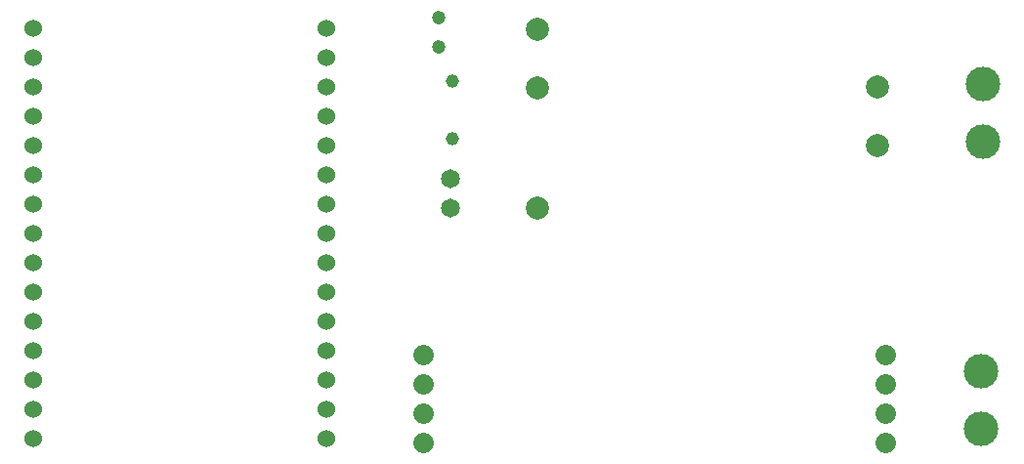
<source format=gtl>
G04 Layer: TopLayer*
G04 EasyEDA v6.5.9, 2022-08-10 15:01:23*
G04 3fe46a5b86454c6e811331f20d3da3e4,c5bfb2adc60a430b9219b9f832e462ad,10*
G04 Gerber Generator version 0.2*
G04 Scale: 100 percent, Rotated: No, Reflected: No *
G04 Dimensions in millimeters *
G04 leading zeros omitted , absolute positions ,4 integer and 5 decimal *
%FSLAX45Y45*%
%MOMM*%

%ADD10C,1.1938*%
%ADD11C,1.6510*%
%ADD12C,1.1608*%
%ADD13C,1.5240*%
%ADD14C,2.0000*%
%ADD15C,3.0000*%
%ADD16C,1.8000*%

%LPD*%
D10*
G01*
X5346700Y8864600D03*
G01*
X5346700Y8610600D03*
D11*
G01*
X5448300Y7467600D03*
G01*
X5448300Y7213600D03*
D12*
G01*
X5461000Y8313420D03*
G01*
X5461000Y7815579D03*
D13*
G01*
X1828800Y8775725D03*
G01*
X1828825Y8521674D03*
G01*
X1828825Y8267674D03*
G01*
X1828825Y8013674D03*
G01*
X1828825Y7759674D03*
G01*
X1828825Y7505674D03*
G01*
X1828825Y7251674D03*
G01*
X1828825Y6997674D03*
G01*
X1828825Y6743674D03*
G01*
X1828825Y6489674D03*
G01*
X1828825Y6235674D03*
G01*
X1828825Y5981674D03*
G01*
X1828825Y5727674D03*
G01*
X1828825Y5473674D03*
G01*
X1828825Y5219674D03*
G01*
X4368825Y5219674D03*
G01*
X4368825Y5473674D03*
G01*
X4368825Y5727674D03*
G01*
X4368825Y5981674D03*
G01*
X4368825Y6235674D03*
G01*
X4368825Y6489674D03*
G01*
X4368825Y6743674D03*
G01*
X4368825Y6997674D03*
G01*
X4368825Y7251674D03*
G01*
X4368825Y7505674D03*
G01*
X4368825Y7759674D03*
G01*
X4368825Y8013674D03*
G01*
X4368825Y8267674D03*
G01*
X4368825Y8521674D03*
G01*
X4368825Y8775674D03*
D14*
G01*
X9144000Y7753350D03*
G01*
X9144000Y8261350D03*
G01*
X6197600Y7213600D03*
G01*
X6197600Y8255000D03*
G01*
X6197600Y8763000D03*
D15*
G01*
X10058400Y8289086D03*
G01*
X10058400Y7789087D03*
G01*
X10045725Y5299887D03*
G01*
X10045725Y5799886D03*
D16*
X9210700Y5183098D02*
G01*
X9210700Y5183098D01*
X9210700Y5437098D02*
G01*
X9210700Y5437098D01*
X9210700Y5691098D02*
G01*
X9210700Y5691098D01*
X9210700Y5945098D02*
G01*
X9210700Y5945098D01*
X5210708Y5183098D02*
G01*
X5210708Y5183098D01*
X5210708Y5437098D02*
G01*
X5210708Y5437098D01*
X5210708Y5691098D02*
G01*
X5210708Y5691098D01*
X5210708Y5945098D02*
G01*
X5210708Y5945098D01*
M02*

</source>
